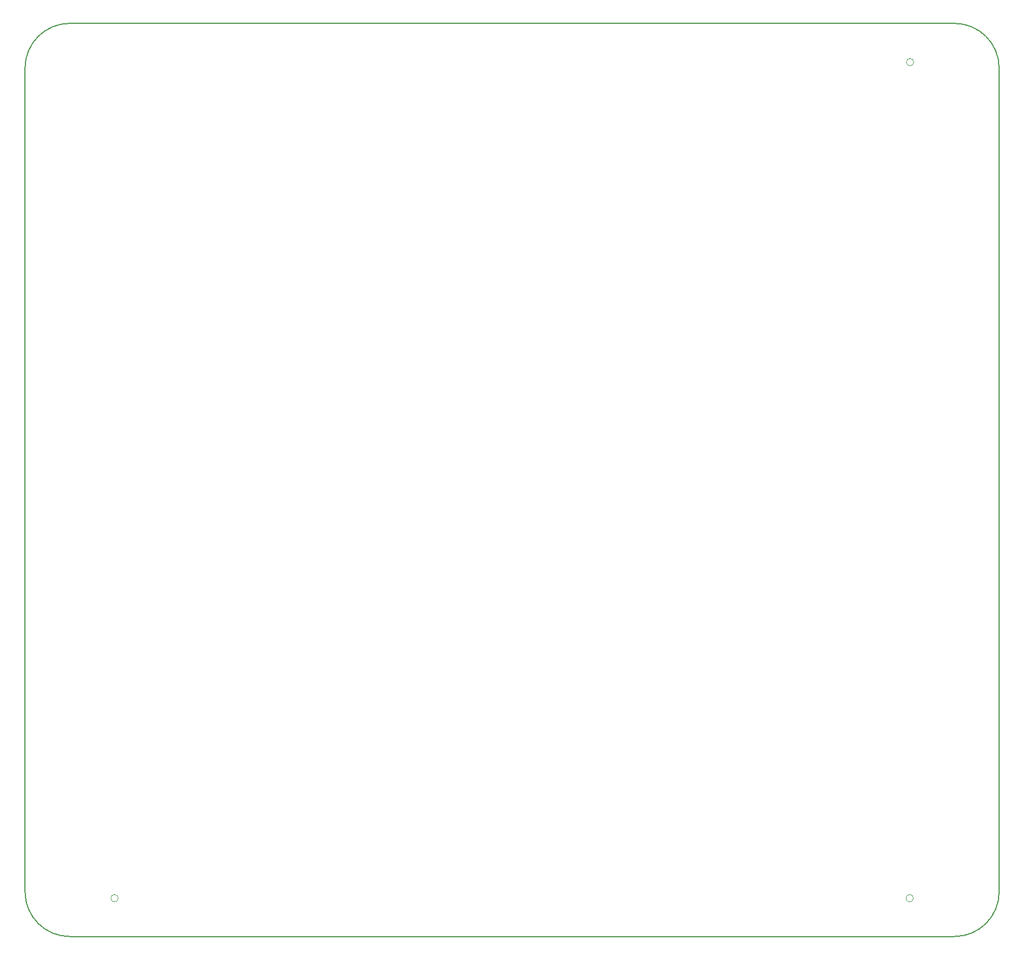
<source format=gbr>
G04 #@! TF.GenerationSoftware,KiCad,Pcbnew,(5.1.8)-1*
G04 #@! TF.CreationDate,2021-01-11T10:14:07+02:00*
G04 #@! TF.ProjectId,OsseyPad,4f737365-7950-4616-942e-6b696361645f,rev?*
G04 #@! TF.SameCoordinates,Original*
G04 #@! TF.FileFunction,Profile,NP*
%FSLAX46Y46*%
G04 Gerber Fmt 4.6, Leading zero omitted, Abs format (unit mm)*
G04 Created by KiCad (PCBNEW (5.1.8)-1) date 2021-01-11 10:14:07*
%MOMM*%
%LPD*%
G01*
G04 APERTURE LIST*
G04 #@! TA.AperFunction,Profile*
%ADD10C,0.050000*%
G04 #@! TD*
G04 #@! TA.AperFunction,Profile*
%ADD11C,0.200000*%
G04 #@! TD*
G04 APERTURE END LIST*
D10*
X158016000Y-158310000D02*
G75*
G03*
X158016000Y-158310000I-576000J0D01*
G01*
X33626000Y-158310000D02*
G75*
G03*
X33626000Y-158310000I-576000J0D01*
G01*
X158076000Y-27500000D02*
G75*
G03*
X158076000Y-27500000I-576000J0D01*
G01*
D11*
X19050000Y-28436250D02*
X19050000Y-157306250D01*
X26049999Y-21436250D02*
X164440000Y-21436250D01*
X171440000Y-157306250D02*
X171440000Y-28436250D01*
X26049999Y-164306250D02*
X164440000Y-164306250D01*
X164440000Y-21436250D02*
G75*
G02*
X171440000Y-28436250I0J-7000000D01*
G01*
X19049999Y-28436250D02*
G75*
G02*
X26049999Y-21436250I7000000J0D01*
G01*
X26049999Y-164306249D02*
G75*
G02*
X19050000Y-157306250I0J6999999D01*
G01*
X171440000Y-157306250D02*
G75*
G02*
X164440000Y-164306250I-7000000J0D01*
G01*
M02*

</source>
